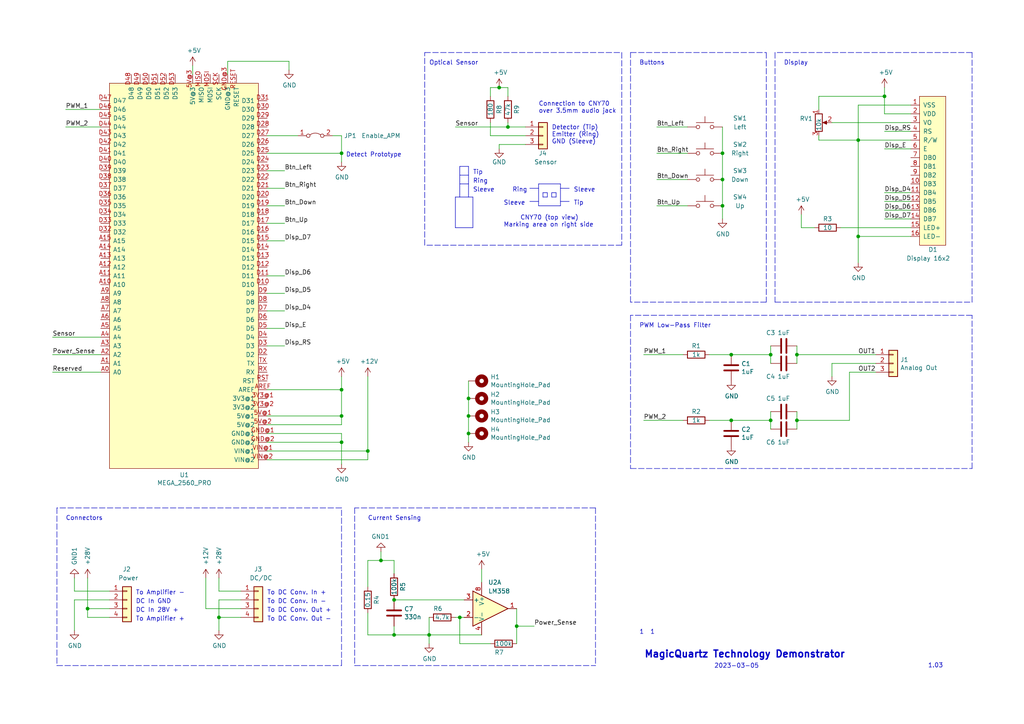
<source format=kicad_sch>
(kicad_sch (version 20211123) (generator eeschema)
  (paper "A4")
  (lib_symbols
    (symbol "Amplifier_Operational:LM358" (pin_names (offset 0.127))
      (property "Reference" "U" (at 0 5.08 0))
      (property "Value" "LM358" (at 0 -5.08 0))
      (symbol "LM358_1_1"
        (polyline (pts (xy -5.08 5.08) (xy 5.08 0) (xy -5.08 -5.08) (xy -5.08 5.08)) (stroke (width 0.254)) (fill (type background)))
        (pin output line (at 7.62 0 180) (length 2.54) (name "~") (number "1"))
        (pin input line (at -7.62 -2.54 0) (length 2.54) (name "-") (number "2"))
        (pin input line (at -7.62 2.54 0) (length 2.54) (name "+") (number "3"))
      )
      (symbol "LM358_2_1"
        (polyline (pts (xy -5.08 5.08) (xy 5.08 0) (xy -5.08 -5.08) (xy -5.08 5.08)) (stroke (width 0.254)) (fill (type background)))
        (pin input line (at -7.62 2.54 0) (length 2.54) (name "+") (number "5"))
        (pin input line (at -7.62 -2.54 0) (length 2.54) (name "-") (number "6"))
        (pin output line (at 7.62 0 180) (length 2.54) (name "~") (number "7"))
      )
      (symbol "LM358_3_1"
        (pin power_in line (at -2.54 -7.62 90) (length 3.81) (name "V-") (number "4"))
        (pin power_in line (at -2.54 7.62 270) (length 3.81) (name "V+") (number "8"))
      )
    )
    (symbol "Connector_Generic:Conn_01x03" (pin_names (offset 1.016) hide)
      (property "Reference" "J" (at 0 5.08 0))
      (property "Value" "Conn_01x03" (at 0 -5.08 0))
      (symbol "Conn_01x03_1_1"
        (rectangle (start -1.27 -2.413) (end 0 -2.667) (stroke (width 0.1524)))
        (rectangle (start -1.27 0.127) (end 0 -0.127) (stroke (width 0.1524)))
        (rectangle (start -1.27 2.667) (end 0 2.413) (stroke (width 0.1524)))
        (rectangle (start -1.27 3.81) (end 1.27 -3.81) (stroke (width 0.254)) (fill (type background)))
        (pin passive line (at -5.08 2.54 0) (length 3.81) (name "Pin_1") (number "1"))
        (pin passive line (at -5.08 0 0) (length 3.81) (name "Pin_2") (number "2"))
        (pin passive line (at -5.08 -2.54 0) (length 3.81) (name "Pin_3") (number "3"))
      )
    )
    (symbol "Connector_Generic:Conn_01x04" (pin_names (offset 1.016) hide)
      (property "Reference" "J" (at 0 5.08 0))
      (property "Value" "Conn_01x04" (at 0 -7.62 0))
      (symbol "Conn_01x04_1_1"
        (rectangle (start -1.27 -4.953) (end 0 -5.207) (stroke (width 0.1524)))
        (rectangle (start -1.27 -2.413) (end 0 -2.667) (stroke (width 0.1524)))
        (rectangle (start -1.27 0.127) (end 0 -0.127) (stroke (width 0.1524)))
        (rectangle (start -1.27 2.667) (end 0 2.413) (stroke (width 0.1524)))
        (rectangle (start -1.27 3.81) (end 1.27 -6.35) (stroke (width 0.254)) (fill (type background)))
        (pin passive line (at -5.08 2.54 0) (length 3.81) (name "Pin_1") (number "1"))
        (pin passive line (at -5.08 0 0) (length 3.81) (name "Pin_2") (number "2"))
        (pin passive line (at -5.08 -2.54 0) (length 3.81) (name "Pin_3") (number "3"))
        (pin passive line (at -5.08 -5.08 0) (length 3.81) (name "Pin_4") (number "4"))
      )
    )
    (symbol "Device:C" (pin_numbers hide) (pin_names (offset 0.254))
      (property "Reference" "C" (at 0.635 2.54 0))
      (property "Value" "C" (at 0.635 -2.54 0))
      (symbol "C_0_1"
        (polyline (pts (xy -2.032 -0.762) (xy 2.032 -0.762)) (stroke (width 0.508)))
        (polyline (pts (xy -2.032 0.762) (xy 2.032 0.762)) (stroke (width 0.508)))
      )
      (symbol "C_1_1"
        (pin passive line (at 0 3.81 270) (length 2.794) (name "~") (number "1"))
        (pin passive line (at 0 -3.81 90) (length 2.794) (name "~") (number "2"))
      )
    )
    (symbol "Device:R" (pin_numbers hide) (pin_names (offset 0))
      (property "Reference" "R" (at 2.032 0 90))
      (property "Value" "R" (at 0 0 90))
      (symbol "R_0_1"
        (rectangle (start -1.016 -2.54) (end 1.016 2.54) (stroke (width 0.254)))
      )
      (symbol "R_1_1"
        (pin passive line (at 0 3.81 270) (length 1.27) (name "~") (number "1"))
        (pin passive line (at 0 -3.81 90) (length 1.27) (name "~") (number "2"))
      )
    )
    (symbol "Device:R_POT" (pin_names (offset 1.016) hide)
      (property "Reference" "RV" (at -4.445 0 90))
      (property "Value" "Device_R_POT" (at -2.54 0 90))
      (symbol "R_POT_0_1"
        (polyline (pts (xy 2.54 0) (xy 1.524 0)))
        (polyline (pts (xy 1.143 0) (xy 2.286 0.508) (xy 2.286 -0.508) (xy 1.143 0)) (fill (type outline)))
        (rectangle (start 1.016 2.54) (end -1.016 -2.54) (stroke (width 0.254)))
      )
      (symbol "R_POT_1_1"
        (pin passive line (at 0 3.81 270) (length 1.27) (name "1") (number "1"))
        (pin passive line (at 3.81 0 180) (length 1.27) (name "2") (number "2"))
        (pin passive line (at 0 -3.81 90) (length 1.27) (name "3") (number "3"))
      )
    )
    (symbol "Jumper:Jumper_2_Bridged" (pin_names (offset 0) hide)
      (property "Reference" "JP" (at 0 1.905 0))
      (property "Value" "Jumper_2_Bridged" (at 0 -2.54 0))
      (symbol "Jumper_2_Bridged_0_0"
        (circle (center -2.032 0) (radius 0.508))
        (circle (center 2.032 0) (radius 0.508))
      )
      (symbol "Jumper_2_Bridged_0_1"
        (arc (start 1.524 0.254) (mid 0 0.762) (end -1.524 0.254))
      )
      (symbol "Jumper_2_Bridged_1_1"
        (pin passive line (at -5.08 0 0) (length 2.54) (name "A") (number "1"))
        (pin passive line (at 5.08 0 180) (length 2.54) (name "B") (number "2"))
      )
    )
    (symbol "MagicQuartzParts:Display-Connector" (pin_names (offset 1.016))
      (property "Reference" "D" (at -5.08 25.4 0))
      (property "Value" "Display-Connector" (at -5.08 25.4 0))
      (symbol "Display-Connector_0_1"
        (rectangle (start -3.81 22.86) (end 3.81 -20.32) (fill (type background)))
      )
      (symbol "Display-Connector_1_1"
        (pin input line (at -6.35 20.32 0) (length 2.54) (name "VSS") (number "1"))
        (pin input line (at -6.35 -2.54 0) (length 2.54) (name "DB3") (number "10"))
        (pin input line (at -6.35 -5.08 0) (length 2.54) (name "DB4") (number "11"))
        (pin input line (at -6.35 -7.62 0) (length 2.54) (name "DB5") (number "12"))
        (pin input line (at -6.35 -10.16 0) (length 2.54) (name "DB6") (number "13"))
        (pin input line (at -6.35 -12.7 0) (length 2.54) (name "DB7") (number "14"))
        (pin input line (at -6.35 -15.24 0) (length 2.54) (name "LED+") (number "15"))
        (pin input line (at -6.35 -17.78 0) (length 2.54) (name "LED-") (number "16"))
        (pin input line (at -6.35 17.78 0) (length 2.54) (name "VDD") (number "2"))
        (pin input line (at -6.35 15.24 0) (length 2.54) (name "VO") (number "3"))
        (pin input line (at -6.35 12.7 0) (length 2.54) (name "RS") (number "4"))
        (pin input line (at -6.35 10.16 0) (length 2.54) (name "R/W") (number "5"))
        (pin input line (at -6.35 7.62 0) (length 2.54) (name "E") (number "6"))
        (pin input line (at -6.35 5.08 0) (length 2.54) (name "DB0") (number "7"))
        (pin input line (at -6.35 2.54 0) (length 2.54) (name "DB1") (number "8"))
        (pin input line (at -6.35 0 0) (length 2.54) (name "DB2") (number "9"))
      )
    )
    (symbol "MagicQuartzParts:MEGA_2560_PRO" (pin_names (offset 1.016))
      (property "Reference" "U" (at 0 7.62 0))
      (property "Value" "MEGA_2560_PRO" (at 0 0 0))
      (symbol "MEGA_2560_PRO_0_1"
        (rectangle (start -21.59 53.34) (end 21.59 -58.42) (fill (type background)))
      )
      (symbol "MEGA_2560_PRO_1_1"
        (pin power_out line (at 24.13 -38.1 180) (length 2.54) (name "3V3@1") (number "3V3@1"))
        (pin power_out line (at 24.13 -40.64 180) (length 2.54) (name "3V3@2") (number "3V3@2"))
        (pin power_out line (at 24.13 -43.18 180) (length 2.54) (name "5V@1") (number "5V@1"))
        (pin power_out line (at 24.13 -45.72 180) (length 2.54) (name "5V@2") (number "5V@2"))
        (pin power_in line (at 2.54 55.88 270) (length 2.54) (name "5V@3") (number "5V@3"))
        (pin bidirectional line (at -24.13 -30.48 0) (length 2.54) (name "A0") (number "A0"))
        (pin bidirectional line (at -24.13 -27.94 0) (length 2.54) (name "A1") (number "A1"))
        (pin bidirectional line (at -24.13 -5.08 0) (length 2.54) (name "A10") (number "A10"))
        (pin bidirectional line (at -24.13 -2.54 0) (length 2.54) (name "A11") (number "A11"))
        (pin bidirectional line (at -24.13 0 0) (length 2.54) (name "A12") (number "A12"))
        (pin bidirectional line (at -24.13 2.54 0) (length 2.54) (name "A13") (number "A13"))
        (pin bidirectional line (at -24.13 5.08 0) (length 2.54) (name "A14") (number "A14"))
        (pin bidirectional line (at -24.13 7.62 0) (length 2.54) (name "A15") (number "A15"))
        (pin bidirectional line (at -24.13 -25.4 0) (length 2.54) (name "A2") (number "A2"))
        (pin bidirectional line (at -24.13 -22.86 0) (length 2.54) (name "A3") (number "A3"))
        (pin bidirectional line (at -24.13 -20.32 0) (length 2.54) (name "A4") (number "A4"))
        (pin bidirectional line (at -24.13 -17.78 0) (length 2.54) (name "A5") (number "A5"))
        (pin bidirectional line (at -24.13 -15.24 0) (length 2.54) (name "A6") (number "A6"))
        (pin bidirectional line (at -24.13 -12.7 0) (length 2.54) (name "A7") (number "A7"))
        (pin bidirectional line (at -24.13 -10.16 0) (length 2.54) (name "A8") (number "A8"))
        (pin bidirectional line (at -24.13 -7.62 0) (length 2.54) (name "A9") (number "A9"))
        (pin power_in line (at 24.13 -35.56 180) (length 2.54) (name "AREF") (number "AREF"))
        (pin bidirectional line (at 24.13 -5.08 180) (length 2.54) (name "D10") (number "D10"))
        (pin bidirectional line (at 24.13 -2.54 180) (length 2.54) (name "D11") (number "D11"))
        (pin bidirectional line (at 24.13 0 180) (length 2.54) (name "D12") (number "D12"))
        (pin bidirectional line (at 24.13 2.54 180) (length 2.54) (name "D13") (number "D13"))
        (pin bidirectional line (at 24.13 5.08 180) (length 2.54) (name "D14") (number "D14"))
        (pin bidirectional line (at 24.13 7.62 180) (length 2.54) (name "D15") (number "D15"))
        (pin bidirectional line (at 24.13 10.16 180) (length 2.54) (name "D16") (number "D16"))
        (pin bidirectional line (at 24.13 12.7 180) (length 2.54) (name "D17") (number "D17"))
        (pin bidirectional line (at 24.13 15.24 180) (length 2.54) (name "D18") (number "D18"))
        (pin bidirectional line (at 24.13 17.78 180) (length 2.54) (name "D19") (number "D19"))
        (pin bidirectional line (at 24.13 -25.4 180) (length 2.54) (name "D2") (number "D2"))
        (pin bidirectional line (at 24.13 20.32 180) (length 2.54) (name "D20") (number "D20"))
        (pin bidirectional line (at 24.13 22.86 180) (length 2.54) (name "D21") (number "D21"))
        (pin bidirectional line (at 24.13 25.4 180) (length 2.54) (name "D22") (number "D22"))
        (pin bidirectional line (at 24.13 27.94 180) (length 2.54) (name "D23") (number "D23"))
        (pin bidirectional line (at 24.13 30.48 180) (length 2.54) (name "D24") (number "D24"))
        (pin bidirectional line (at 24.13 33.02 180) (length 2.54) (name "D25") (number "D25"))
        (pin bidirectional line (at 24.13 35.56 180) (length 2.54) (name "D26") (number "D26"))
        (pin bidirectional line (at 24.13 38.1 180) (length 2.54) (name "D27") (number "D27"))
        (pin bidirectional line (at 24.13 40.64 180) (length 2.54) (name "D28") (number "D28"))
        (pin bidirectional line (at 24.13 43.18 180) (length 2.54) (name "D29") (number "D29"))
        (pin bidirectional line (at 24.13 -22.86 180) (length 2.54) (name "D3") (number "D3"))
        (pin bidirectional line (at 24.13 45.72 180) (length 2.54) (name "D30") (number "D30"))
        (pin bidirectional line (at 24.13 48.26 180) (length 2.54) (name "D31") (number "D31"))
        (pin bidirectional line (at -24.13 10.16 0) (length 2.54) (name "D32") (number "D32"))
        (pin bidirectional line (at -24.13 12.7 0) (length 2.54) (name "D33") (number "D33"))
        (pin bidirectional line (at -24.13 15.24 0) (length 2.54) (name "D34") (number "D34"))
        (pin bidirectional line (at -24.13 17.78 0) (length 2.54) (name "D35") (number "D35"))
        (pin bidirectional line (at -24.13 20.32 0) (length 2.54) (name "D36") (number "D36"))
        (pin bidirectional line (at -24.13 22.86 0) (length 2.54) (name "D37") (number "D37"))
        (pin bidirectional line (at -24.13 25.4 0) (length 2.54) (name "D38") (number "D38"))
        (pin bidirectional line (at -24.13 27.94 0) (length 2.54) (name "D39") (number "D39"))
        (pin bidirectional line (at 24.13 -20.32 180) (length 2.54) (name "D4") (number "D4"))
        (pin bidirectional line (at -24.13 30.48 0) (length 2.54) (name "D40") (number "D40"))
        (pin bidirectional line (at -24.13 33.02 0) (length 2.54) (name "D41") (number "D41"))
        (pin bidirectional line (at -24.13 35.56 0) (length 2.54) (name "D42") (number "D42"))
        (pin bidirectional line (at -24.13 38.1 0) (length 2.54) (name "D43") (number "D43"))
        (pin bidirectional line (at -24.13 40.64 0) (length 2.54) (name "D44") (number "D44"))
        (pin bidirectional line (at -24.13 43.18 0) (length 2.54) (name "D45") (number "D45"))
        (pin bidirectional line (at -24.13 45.72 0) (length 2.54) (name "D46") (number "D46"))
        (pin bidirectional line (at -24.13 48.26 0) (length 2.54) (name "D47") (number "D47"))
        (pin bidirectional line (at -15.24 55.88 270) (length 2.54) (name "D48") (number "D48"))
        (pin bidirectional line (at -12.7 55.88 270) (length 2.54) (name "D49") (number "D49"))
        (pin bidirectional line (at 24.13 -17.78 180) (length 2.54) (name "D5") (number "D5"))
        (pin bidirectional line (at -10.16 55.88 270) (length 2.54) (name "D50") (number "D50"))
        (pin bidirectional line (at -7.62 55.88 270) (length 2.54) (name "D51") (number "D51"))
        (pin bidirectional line (at -5.08 55.88 270) (length 2.54) (name "D52") (number "D52"))
        (pin bidirectional line (at -2.54 55.88 270) (length 2.54) (name "D53") (number "D53"))
        (pin bidirectional line (at 24.13 -15.24 180) (length 2.54) (name "D6") (number "D6"))
        (pin bidirectional line (at 24.13 -12.7 180) (length 2.54) (name "D7") (number "D7"))
        (pin bidirectional line (at 24.13 -10.16 180) (length 2.54) (name "D8") (number "D8"))
        (pin bidirectional line (at 24.13 -7.62 180) (length 2.54) (name "D9") (number "D9"))
        (pin power_in line (at 24.13 -48.26 180) (length 2.54) (name "GND@1") (number "GND@1"))
        (pin power_in line (at 24.13 -50.8 180) (length 2.54) (name "GND@2") (number "GND@2"))
        (pin power_in line (at 12.7 55.88 270) (length 2.54) (name "GND@3") (number "GND@3"))
        (pin bidirectional line (at 5.08 55.88 270) (length 2.54) (name "MISO") (number "MISO"))
        (pin bidirectional line (at 7.62 55.88 270) (length 2.54) (name "MOSI") (number "MOSI"))
        (pin input line (at 15.24 55.88 270) (length 2.54) (name "RESET") (number "RESET"))
        (pin input line (at 24.13 -33.02 180) (length 2.54) (name "RST") (number "RST"))
        (pin input line (at 24.13 -30.48 180) (length 2.54) (name "RX") (number "RX"))
        (pin bidirectional line (at 10.16 55.88 270) (length 2.54) (name "SCK") (number "SCK"))
        (pin output line (at 24.13 -27.94 180) (length 2.54) (name "TX") (number "TX"))
        (pin power_in line (at 24.13 -53.34 180) (length 2.54) (name "VIN@1") (number "VIN@1"))
        (pin power_in line (at 24.13 -55.88 180) (length 2.54) (name "VIN@2") (number "VIN@2"))
      )
    )
    (symbol "Mechanical:MountingHole_Pad" (pin_numbers hide) (pin_names (offset 1.016) hide)
      (property "Reference" "H" (at 0 6.35 0))
      (property "Value" "MountingHole_Pad" (at 0 4.445 0))
      (symbol "MountingHole_Pad_0_1"
        (circle (center 0 1.27) (radius 1.27) (stroke (width 1.27)))
      )
      (symbol "MountingHole_Pad_1_1"
        (pin input line (at 0 -2.54 90) (length 2.54) (name "1") (number "1"))
      )
    )
    (symbol "Switch:SW_Push" (pin_numbers hide) (pin_names (offset 1.016) hide)
      (property "Reference" "SW" (at 1.27 2.54 0))
      (property "Value" "SW_Push" (at 0 -1.524 0))
      (symbol "SW_Push_0_1"
        (circle (center -2.032 0) (radius 0.508))
        (polyline (pts (xy 0 1.27) (xy 0 3.048)))
        (polyline (pts (xy 2.54 1.27) (xy -2.54 1.27)))
        (circle (center 2.032 0) (radius 0.508))
        (pin passive line (at -5.08 0 0) (length 2.54) (name "1") (number "1"))
        (pin passive line (at 5.08 0 180) (length 2.54) (name "2") (number "2"))
      )
    )
    (symbol "power:+12V" (power) (pin_names (offset 0))
      (property "Value" "+12V" (at 0 3.556 0))
      (symbol "+12V_0_1"
        (polyline (pts (xy -0.762 1.27) (xy 0 2.54)))
        (polyline (pts (xy 0 0) (xy 0 2.54)))
        (polyline (pts (xy 0 2.54) (xy 0.762 1.27)))
      )
      (symbol "+12V_1_1"
        (pin power_in line (at 0 0 90) (length 0) hide (name "+12V") (number "1"))
      )
    )
    (symbol "power:+28V" (power) (pin_names (offset 0))
      (property "Value" "+28V" (at 0 3.81 0))
      (symbol "+28V_0_1"
        (polyline (pts (xy -0.762 1.27) (xy 0 2.54)))
        (polyline (pts (xy 0 0) (xy 0 2.54)))
        (polyline (pts (xy 0 2.54) (xy 0.762 1.27)))
      )
      (symbol "+28V_1_1"
        (pin power_in line (at 0 0 90) (length 0) hide (name "+28V") (number "1"))
      )
    )
    (symbol "power:+5V" (power) (pin_names (offset 0))
      (property "Value" "+5V" (at 0 3.556 0))
      (symbol "+5V_0_1"
        (polyline (pts (xy -0.762 1.27) (xy 0 2.54)))
        (polyline (pts (xy 0 0) (xy 0 2.54)))
        (polyline (pts (xy 0 2.54) (xy 0.762 1.27)))
      )
      (symbol "+5V_1_1"
        (pin power_in line (at 0 0 90) (length 0) hide (name "+5V") (number "1"))
      )
    )
    (symbol "power:GND" (power) (pin_names (offset 0))
      (property "Value" "GND" (at 0 -3.81 0))
      (symbol "GND_0_1"
        (polyline (pts (xy 0 0) (xy 0 -1.27) (xy 1.27 -1.27) (xy 0 -2.54) (xy -1.27 -1.27) (xy 0 -1.27)))
      )
      (symbol "GND_1_1"
        (pin power_in line (at 0 0 270) (length 0) hide (name "GND") (number "1"))
      )
    )
    (symbol "power:GND1" (power) (pin_names (offset 0))
      (property "Value" "GND1" (at 0 -3.81 0))
      (symbol "GND1_0_1"
        (polyline (pts (xy 0 0) (xy 0 -1.27) (xy 1.27 -1.27) (xy 0 -2.54) (xy -1.27 -1.27) (xy 0 -1.27)))
      )
      (symbol "GND1_1_1"
        (pin power_in line (at 0 0 270) (length 0) hide (name "GND1") (number "1"))
      )
    )
  )
  (junction (at 212.09 102.87))
  (junction (at 114.3 173.99))
  (junction (at 209.55 59.69))
  (junction (at 212.09 121.92))
  (junction (at 149.86 181.61))
  (junction (at 99.06 120.65))
  (junction (at 114.3 184.15))
  (junction (at 110.49 162.56))
  (junction (at 248.92 68.58))
  (junction (at 25.4 176.53))
  (junction (at 231.14 121.92))
  (junction (at 147.32 36.83))
  (junction (at 135.89 120.65))
  (junction (at 248.92 40.64))
  (junction (at 106.68 130.81))
  (junction (at 223.52 102.87))
  (junction (at 144.78 25.4))
  (junction (at 99.06 128.27))
  (junction (at 99.06 113.03))
  (junction (at 231.14 102.87))
  (junction (at 223.52 121.92))
  (junction (at 209.55 52.07))
  (junction (at 135.89 125.73))
  (junction (at 63.5 179.07))
  (junction (at 124.46 184.15))
  (junction (at 256.54 27.94))
  (junction (at 209.55 44.45))
  (junction (at 133.35 179.07))
  (junction (at 135.89 115.57))
  (junction (at 99.06 44.45))
  (wire (pts (xy 59.69 176.53) (xy 59.69 167.64)))
  (wire (pts (xy 31.75 176.53) (xy 25.4 176.53)))
  (wire (pts (xy 135.89 125.73) (xy 135.89 128.27)))
  (polyline (pts (xy 133.35 50.8) (xy 135.89 50.8)) (stroke (width 0) (type solid)))
  (polyline (pts (xy 153.67 58.42) (xy 156.21 58.42)) (stroke (width 0) (type solid)))
  (wire (pts (xy 133.35 179.07) (xy 133.35 186.69)))
  (wire (pts (xy 77.47 85.09) (xy 82.55 85.09)))
  (wire (pts (xy 147.32 36.83) (xy 132.08 36.83)))
  (wire (pts (xy 99.06 46.99) (xy 99.06 44.45)))
  (polyline (pts (xy 180.34 15.24) (xy 180.34 71.12)))
  (polyline (pts (xy 102.87 147.32) (xy 102.87 193.04)))
  (wire (pts (xy 31.75 173.99) (xy 21.59 173.99)))
  (wire (pts (xy 256.54 60.96) (xy 264.16 60.96)))
  (polyline (pts (xy 160.02 57.15) (xy 161.29 57.15)) (stroke (width 0) (type solid)))
  (wire (pts (xy 241.3 105.41) (xy 241.3 109.22)))
  (wire (pts (xy 147.32 27.94) (xy 147.32 25.4)))
  (wire (pts (xy 135.89 115.57) (xy 135.89 120.65)))
  (polyline (pts (xy 222.25 15.24) (xy 222.25 87.63)))
  (wire (pts (xy 29.21 31.75) (xy 19.05 31.75)))
  (wire (pts (xy 77.47 69.85) (xy 82.55 69.85)))
  (wire (pts (xy 99.06 123.19) (xy 99.06 120.65)))
  (polyline (pts (xy 182.88 87.63) (xy 182.88 15.24)))
  (wire (pts (xy 77.47 39.37) (xy 86.36 39.37)))
  (wire (pts (xy 149.86 181.61) (xy 149.86 186.69)))
  (wire (pts (xy 139.7 168.91) (xy 139.7 165.1)))
  (wire (pts (xy 124.46 179.07) (xy 124.46 184.15)))
  (wire (pts (xy 99.06 128.27) (xy 99.06 134.62)))
  (wire (pts (xy 15.24 102.87) (xy 29.21 102.87)))
  (polyline (pts (xy 157.48 55.88) (xy 157.48 57.15)) (stroke (width 0) (type solid)))
  (wire (pts (xy 199.39 44.45) (xy 190.5 44.45)))
  (polyline (pts (xy 182.88 15.24) (xy 222.25 15.24)))
  (wire (pts (xy 77.47 59.69) (xy 82.55 59.69)))
  (polyline (pts (xy 157.48 55.88) (xy 158.75 55.88)) (stroke (width 0) (type solid)))
  (wire (pts (xy 142.24 35.56) (xy 142.24 39.37)))
  (wire (pts (xy 209.55 63.5) (xy 209.55 59.69)))
  (polyline (pts (xy 162.56 54.61) (xy 165.1 54.61)) (stroke (width 0) (type solid)))
  (wire (pts (xy 212.09 102.87) (xy 223.52 102.87)))
  (wire (pts (xy 77.47 130.81) (xy 106.68 130.81)))
  (polyline (pts (xy 162.56 58.42) (xy 165.1 58.42)) (stroke (width 0) (type solid)))
  (wire (pts (xy 198.12 121.92) (xy 186.69 121.92)))
  (wire (pts (xy 199.39 36.83) (xy 190.5 36.83)))
  (wire (pts (xy 256.54 33.02) (xy 264.16 33.02)))
  (polyline (pts (xy 156.21 53.34) (xy 162.56 53.34)) (stroke (width 0) (type solid)))
  (wire (pts (xy 99.06 109.22) (xy 99.06 113.03)))
  (polyline (pts (xy 153.67 54.61) (xy 156.21 54.61)) (stroke (width 0) (type solid)))
  (wire (pts (xy 66.04 17.78) (xy 83.82 17.78)))
  (polyline (pts (xy 123.19 71.12) (xy 123.19 15.24)))
  (wire (pts (xy 114.3 162.56) (xy 114.3 166.37)))
  (polyline (pts (xy 224.79 87.63) (xy 281.94 87.63)))
  (wire (pts (xy 77.47 54.61) (xy 82.55 54.61)))
  (wire (pts (xy 246.38 107.95) (xy 254 107.95)))
  (wire (pts (xy 77.47 64.77) (xy 82.55 64.77)))
  (wire (pts (xy 232.41 66.04) (xy 232.41 62.23)))
  (polyline (pts (xy 133.35 48.26) (xy 133.35 57.15)) (stroke (width 0) (type solid)))
  (polyline (pts (xy 281.94 135.89) (xy 281.94 91.44)))
  (wire (pts (xy 223.52 102.87) (xy 223.52 105.41)))
  (wire (pts (xy 132.08 179.07) (xy 133.35 179.07)))
  (wire (pts (xy 114.3 181.61) (xy 114.3 184.15)))
  (wire (pts (xy 149.86 181.61) (xy 154.94 181.61)))
  (polyline (pts (xy 172.72 147.32) (xy 102.87 147.32)))
  (polyline (pts (xy 133.35 53.34) (xy 135.89 53.34)) (stroke (width 0) (type solid)))
  (wire (pts (xy 21.59 173.99) (xy 21.59 182.88)))
  (wire (pts (xy 106.68 162.56) (xy 110.49 162.56)))
  (wire (pts (xy 231.14 121.92) (xy 231.14 124.46)))
  (wire (pts (xy 29.21 36.83) (xy 19.05 36.83)))
  (polyline (pts (xy 135.89 48.26) (xy 135.89 57.15)) (stroke (width 0) (type solid)))
  (polyline (pts (xy 158.75 55.88) (xy 158.75 57.15)) (stroke (width 0) (type solid)))
  (wire (pts (xy 106.68 133.35) (xy 106.68 130.81)))
  (wire (pts (xy 77.47 133.35) (xy 106.68 133.35)))
  (polyline (pts (xy 99.06 193.04) (xy 99.06 147.32)))
  (polyline (pts (xy 16.51 147.32) (xy 16.51 193.04)))
  (polyline (pts (xy 162.56 59.69) (xy 162.56 53.34)) (stroke (width 0) (type solid)))
  (wire (pts (xy 223.52 121.92) (xy 223.52 124.46)))
  (wire (pts (xy 63.5 173.99) (xy 63.5 179.07)))
  (wire (pts (xy 231.14 100.33) (xy 231.14 102.87)))
  (wire (pts (xy 205.74 121.92) (xy 212.09 121.92)))
  (wire (pts (xy 223.52 100.33) (xy 223.52 102.87)))
  (polyline (pts (xy 162.56 59.69) (xy 156.21 59.69)) (stroke (width 0) (type solid)))
  (wire (pts (xy 246.38 121.92) (xy 246.38 107.95)))
  (wire (pts (xy 237.49 40.64) (xy 248.92 40.64)))
  (polyline (pts (xy 160.02 55.88) (xy 160.02 57.15)) (stroke (width 0) (type solid)))
  (wire (pts (xy 96.52 39.37) (xy 99.06 39.37)))
  (wire (pts (xy 256.54 55.88) (xy 264.16 55.88)))
  (wire (pts (xy 99.06 125.73) (xy 99.06 128.27)))
  (wire (pts (xy 77.47 95.25) (xy 82.55 95.25)))
  (polyline (pts (xy 224.79 15.24) (xy 224.79 87.63)))
  (polyline (pts (xy 222.25 87.63) (xy 182.88 87.63)))
  (wire (pts (xy 142.24 39.37) (xy 152.4 39.37)))
  (wire (pts (xy 149.86 176.53) (xy 149.86 181.61)))
  (wire (pts (xy 205.74 102.87) (xy 212.09 102.87)))
  (polyline (pts (xy 281.94 87.63) (xy 281.94 15.24)))
  (wire (pts (xy 135.89 120.65) (xy 135.89 125.73)))
  (wire (pts (xy 106.68 130.81) (xy 106.68 109.22)))
  (wire (pts (xy 142.24 25.4) (xy 142.24 27.94)))
  (wire (pts (xy 69.85 173.99) (xy 63.5 173.99)))
  (wire (pts (xy 77.47 80.01) (xy 82.55 80.01)))
  (wire (pts (xy 241.3 105.41) (xy 254 105.41)))
  (wire (pts (xy 152.4 41.91) (xy 144.78 41.91)))
  (wire (pts (xy 63.5 167.64) (xy 63.5 171.45)))
  (wire (pts (xy 77.47 128.27) (xy 99.06 128.27)))
  (wire (pts (xy 63.5 179.07) (xy 69.85 179.07)))
  (wire (pts (xy 77.47 49.53) (xy 82.55 49.53)))
  (wire (pts (xy 77.47 123.19) (xy 99.06 123.19)))
  (polyline (pts (xy 161.29 55.88) (xy 161.29 57.15)) (stroke (width 0) (type solid)))
  (wire (pts (xy 124.46 184.15) (xy 124.46 186.69)))
  (polyline (pts (xy 182.88 91.44) (xy 182.88 135.89)))
  (wire (pts (xy 106.68 177.8) (xy 106.68 184.15)))
  (wire (pts (xy 77.47 113.03) (xy 99.06 113.03)))
  (wire (pts (xy 31.75 179.07) (xy 25.4 179.07)))
  (polyline (pts (xy 137.16 66.04) (xy 137.16 57.15)) (stroke (width 0) (type solid)))
  (wire (pts (xy 25.4 179.07) (xy 25.4 176.53)))
  (polyline (pts (xy 182.88 135.89) (xy 281.94 135.89)))
  (wire (pts (xy 236.22 66.04) (xy 232.41 66.04)))
  (wire (pts (xy 248.92 30.48) (xy 264.16 30.48)))
  (wire (pts (xy 231.14 102.87) (xy 254 102.87)))
  (polyline (pts (xy 281.94 91.44) (xy 182.88 91.44)))
  (wire (pts (xy 144.78 25.4) (xy 142.24 25.4)))
  (wire (pts (xy 106.68 184.15) (xy 114.3 184.15)))
  (polyline (pts (xy 132.08 57.15) (xy 137.16 57.15)) (stroke (width 0) (type solid)))
  (wire (pts (xy 106.68 170.18) (xy 106.68 162.56)))
  (wire (pts (xy 29.21 97.79) (xy 15.24 97.79)))
  (wire (pts (xy 256.54 43.18) (xy 264.16 43.18)))
  (wire (pts (xy 256.54 38.1) (xy 264.16 38.1)))
  (wire (pts (xy 99.06 39.37) (xy 99.06 44.45)))
  (wire (pts (xy 243.84 66.04) (xy 264.16 66.04)))
  (wire (pts (xy 77.47 100.33) (xy 82.55 100.33)))
  (wire (pts (xy 248.92 68.58) (xy 248.92 76.2)))
  (wire (pts (xy 15.24 107.95) (xy 29.21 107.95)))
  (wire (pts (xy 256.54 27.94) (xy 237.49 27.94)))
  (wire (pts (xy 223.52 119.38) (xy 223.52 121.92)))
  (wire (pts (xy 133.35 179.07) (xy 134.62 179.07)))
  (wire (pts (xy 241.3 35.56) (xy 264.16 35.56)))
  (wire (pts (xy 69.85 176.53) (xy 59.69 176.53)))
  (polyline (pts (xy 132.08 66.04) (xy 137.16 66.04)) (stroke (width 0) (type solid)))
  (polyline (pts (xy 16.51 193.04) (xy 99.06 193.04)))
  (wire (pts (xy 147.32 25.4) (xy 144.78 25.4)))
  (wire (pts (xy 248.92 40.64) (xy 248.92 68.58)))
  (wire (pts (xy 133.35 186.69) (xy 142.24 186.69)))
  (wire (pts (xy 152.4 36.83) (xy 147.32 36.83)))
  (wire (pts (xy 256.54 33.02) (xy 256.54 27.94)))
  (wire (pts (xy 248.92 68.58) (xy 264.16 68.58)))
  (wire (pts (xy 110.49 162.56) (xy 114.3 162.56)))
  (wire (pts (xy 231.14 121.92) (xy 246.38 121.92)))
  (wire (pts (xy 256.54 27.94) (xy 256.54 25.4)))
  (wire (pts (xy 231.14 119.38) (xy 231.14 121.92)))
  (wire (pts (xy 21.59 171.45) (xy 31.75 171.45)))
  (wire (pts (xy 99.06 120.65) (xy 99.06 113.03)))
  (wire (pts (xy 114.3 184.15) (xy 124.46 184.15)))
  (wire (pts (xy 135.89 110.49) (xy 135.89 115.57)))
  (wire (pts (xy 209.55 36.83) (xy 209.55 44.45)))
  (wire (pts (xy 114.3 173.99) (xy 134.62 173.99)))
  (wire (pts (xy 83.82 17.78) (xy 83.82 20.32)))
  (wire (pts (xy 248.92 40.64) (xy 264.16 40.64)))
  (wire (pts (xy 147.32 35.56) (xy 147.32 36.83)))
  (wire (pts (xy 199.39 59.69) (xy 190.5 59.69)))
  (polyline (pts (xy 102.87 193.04) (xy 172.72 193.04)))
  (wire (pts (xy 256.54 58.42) (xy 264.16 58.42)))
  (wire (pts (xy 21.59 167.64) (xy 21.59 171.45)))
  (wire (pts (xy 55.88 21.59) (xy 55.88 19.05)))
  (wire (pts (xy 110.49 162.56) (xy 110.49 160.02)))
  (polyline (pts (xy 132.08 66.04) (xy 132.08 57.15)) (stroke (width 0) (type solid)))
  (wire (pts (xy 231.14 102.87) (xy 231.14 105.41)))
  (polyline (pts (xy 157.48 57.15) (xy 158.75 57.15)) (stroke (width 0) (type solid)))
  (wire (pts (xy 237.49 27.94) (xy 237.49 31.75)))
  (wire (pts (xy 212.09 121.92) (xy 223.52 121.92)))
  (polyline (pts (xy 180.34 71.12) (xy 123.19 71.12)))
  (wire (pts (xy 77.47 125.73) (xy 99.06 125.73)))
  (wire (pts (xy 66.04 21.59) (xy 66.04 17.78)))
  (wire (pts (xy 248.92 30.48) (xy 248.92 40.64)))
  (wire (pts (xy 237.49 39.37) (xy 237.49 40.64)))
  (wire (pts (xy 99.06 44.45) (xy 77.47 44.45)))
  (wire (pts (xy 99.06 120.65) (xy 77.47 120.65)))
  (wire (pts (xy 256.54 63.5) (xy 264.16 63.5)))
  (wire (pts (xy 209.55 52.07) (xy 209.55 59.69)))
  (polyline (pts (xy 281.94 15.24) (xy 224.79 15.24)))
  (wire (pts (xy 198.12 102.87) (xy 186.69 102.87)))
  (polyline (pts (xy 133.35 48.26) (xy 135.89 48.26)) (stroke (width 0) (type solid)))
  (wire (pts (xy 124.46 184.15) (xy 139.7 184.15)))
  (wire (pts (xy 63.5 179.07) (xy 63.5 182.88)))
  (wire (pts (xy 63.5 171.45) (xy 69.85 171.45)))
  (wire (pts (xy 144.78 41.91) (xy 144.78 43.18)))
  (wire (pts (xy 25.4 167.64) (xy 25.4 176.53)))
  (wire (pts (xy 77.47 90.17) (xy 82.55 90.17)))
  (wire (pts (xy 209.55 44.45) (xy 209.55 52.07)))
  (polyline (pts (xy 172.72 147.32) (xy 172.72 193.04)))
  (polyline (pts (xy 160.02 55.88) (xy 161.29 55.88)) (stroke (width 0) (type solid)))
  (wire (pts (xy 199.39 52.07) (xy 190.5 52.07)))
  (polyline (pts (xy 99.06 147.32) (xy 16.51 147.32)))
  (polyline (pts (xy 156.21 59.69) (xy 156.21 53.34)) (stroke (width 0) (type solid)))
  (polyline (pts (xy 123.19 15.24) (xy 180.34 15.24)))
  (text "Sleeve" (at 146.05 59.69 0) (effects (font (size 1.27 1.27)) (justify left bottom)))
  (text "Connection to CNY70\nover 3.5mm audio jack" (at 156.21 33.02 0) (effects (font (size 1.27 1.27)) (justify left bottom)))
  (text "Detector (Tip)\nEmitter (Ring)\nGND (Sleeve)" (at 160.02 41.91 0) (effects (font (size 1.27 1.27)) (justify left bottom)))
  (text "To DC Conv. Out -" (at 77.47 180.34 0) (effects (font (size 1.27 1.27)) (justify left bottom)))
  (text "MagicQuartz Technology Demonstrator" (at 186.7959 191.0502 0) (effects (font (size 2 2) bold) (justify left bottom)))
  (text "To DC Conv. In +" (at 77.47 172.72 0) (effects (font (size 1.27 1.27)) (justify left bottom)))
  (text "Tip" (at 166.37 59.69 0) (effects (font (size 1.27 1.27)) (justify left bottom)))
  (text "Display" (at 227.33 19.05 0) (effects (font (size 1.27 1.27)) (justify left bottom)))
  (text "Optical Sensor" (at 124.46 19.05 0) (effects (font (size 1.27 1.27)) (justify left bottom)))
  (text "Sleeve" (at 166.37 55.88 0) (effects (font (size 1.27 1.27)) (justify left bottom)))
  (text "Ring" (at 148.59 55.88 0) (effects (font (size 1.27 1.27)) (justify left bottom)))
  (text "Ring" (at 137.16 53.34 0) (effects (font (size 1.27 1.27)) (justify left bottom)))
  (text "1  1" (at 185.42 184.15 0) (effects (font (size 1.27 1.27)) (justify left bottom)))
  (text "Detect Prototype" (at 100.33 45.72 0) (effects (font (size 1.27 1.27)) (justify left bottom)))
  (text "Current Sensing" (at 106.68 151.13 0) (effects (font (size 1.27 1.27)) (justify left bottom)))
  (text "DC In 28V +" (at 39.37 177.8 0) (effects (font (size 1.27 1.27)) (justify left bottom)))
  (text "DC In GND" (at 39.37 175.26 0) (effects (font (size 1.27 1.27)) (justify left bottom)))
  (text "Tip" (at 137.16 50.8 0) (effects (font (size 1.27 1.27)) (justify left bottom)))
  (text "Connectors" (at 19.05 151.13 0) (effects (font (size 1.27 1.27)) (justify left bottom)))
  (text "To DC Conv. Out +" (at 77.47 177.8 0) (effects (font (size 1.27 1.27)) (justify left bottom)))
  (text "PWM Low-Pass Filter" (at 185.42 95.25 0) (effects (font (size 1.27 1.27)) (justify left bottom)))
  (text "     CNY70 (top view)    \nMarking area on right side" (at 146.05 66.04 0) (effects (font (size 1.27 1.27)) (justify left bottom)))
  (text "To Amplifier +" (at 39.37 180.34 0) (effects (font (size 1.27 1.27)) (justify left bottom)))
  (text "1.03" (at 269.1308 193.8781 0) (effects (font (size 1.27 1.27)) (justify left bottom)))
  (text "Sleeve" (at 137.16 55.88 0) (effects (font (size 1.27 1.27)) (justify left bottom)))
  (text "To Amplifier -" (at 39.37 172.72 0) (effects (font (size 1.27 1.27)) (justify left bottom)))
  (text "Buttons" (at 185.42 19.05 0) (effects (font (size 1.27 1.27)) (justify left bottom)))
  (text "2023-03-05" (at 207.1349 193.9869 0) (effects (font (size 1.27 1.27)) (justify left bottom)))
  (text "To DC Conv. In -" (at 77.47 175.26 0) (effects (font (size 1.27 1.27)) (justify left bottom)))
  (label "PWM_2" (at 186.69 121.92 0))
  (label "Disp_E" (at 82.55 95.25 0))
  (label "Disp_D6" (at 256.54 60.96 0))
  (label "Sensor" (at 132.08 36.83 0))
  (label "Sensor" (at 15.24 97.79 0))
  (label "Disp_RS" (at 82.55 100.33 0))
  (label "PWM_1" (at 186.69 102.87 0))
  (label "Btn_Left" (at 82.55 49.53 0))
  (label "Disp_D7" (at 82.55 69.85 0))
  (label "Btn_Down" (at 190.5 52.07 0))
  (label "OUT2" (at 248.92 107.95 0))
  (label "Btn_Up" (at 82.55 64.77 0))
  (label "Btn_Down" (at 82.55 59.69 0))
  (label "Disp_D6" (at 82.55 80.01 0))
  (label "PWM_1" (at 19.05 31.75 0))
  (label "Disp_D5" (at 256.54 58.42 0))
  (label "OUT1" (at 248.92 102.87 0))
  (label "Disp_RS" (at 256.54 38.1 0))
  (label "PWM_2" (at 19.05 36.83 0))
  (label "Disp_D4" (at 256.54 55.88 0))
  (label "Power_Sense" (at 15.24 102.87 0))
  (label "Btn_Left" (at 190.5 36.83 0))
  (label "Power_Sense" (at 154.94 181.61 0))
  (label "Btn_Right" (at 82.55 54.61 0))
  (label "Disp_D4" (at 82.55 90.17 0))
  (label "Disp_D5" (at 82.55 85.09 0))
  (label "Btn_Up" (at 190.5 59.69 0))
  (label "Disp_E" (at 256.54 43.18 0))
  (label "Disp_D7" (at 256.54 63.5 0))
  (label "Reserved" (at 15.24 107.95 0))
  (label "Btn_Right" (at 190.5 44.45 0))
  (symbol (lib_id "Device:R") (at 240.03 66.04 270) (unit 1)
    (property "Reference" "R3" (at 240.03 63.5 90))
    (property "Value" "10" (at 240.03 66.04 90))
    (property "Footprint" "Resistor_THT:R_Axial_DIN0207_L6.3mm_D2.5mm_P10.16mm_Horizontal" (effects hide))
  )
  (symbol (lib_id "power:+5V") (at 232.41 62.23 0) (unit 1)
    (property "Reference" "#PWR07" (effects hide))
    (property "Value" "+5V" (at 232.791 57.8358 0))
  )
  (symbol (lib_id "power:+5V") (at 256.54 25.4 0) (unit 1)
    (property "Reference" "#PWR011" (effects hide))
    (property "Value" "+5V" (at 256.921 21.0058 0))
  )
  (symbol (lib_id "power:GND") (at 99.06 134.62 0) (unit 1)
    (property "Reference" "#PWR04" (effects hide))
    (property "Value" "GND" (at 99.187 139.0142 0))
  )
  (symbol (lib_id "power:+5V") (at 55.88 19.05 0) (unit 1)
    (property "Reference" "#PWR01" (effects hide))
    (property "Value" "+5V" (at 56.261 14.6558 0))
  )
  (symbol (lib_id "MagicQuartzParts:Display-Connector") (at 270.51 50.8 0) (unit 1)
    (property "Reference" "D1" (at 269.24 72.39 0) (effects (justify left)))
    (property "Value" "Display 16x2" (at 262.89 74.93 0) (effects (justify left)))
    (property "Footprint" "Connector_PinHeader_2.54mm:PinHeader_1x16_P2.54mm_Vertical" (effects hide))
  )
  (symbol (lib_id "power:GND") (at 248.92 76.2 0) (unit 1)
    (property "Reference" "#PWR010" (effects hide))
    (property "Value" "GND" (at 249.047 80.5942 0))
  )
  (symbol (lib_id "Device:R_POT") (at 237.49 35.56 0) (unit 1)
    (property "Reference" "RV1" (at 235.7374 34.3916 0) (effects (justify right)))
    (property "Value" "10k" (at 237.49 34.29 90) (effects (justify right)))
    (property "Footprint" "Potentiometer_THT:Potentiometer_Vishay_T73YP_Vertical" (effects hide))
  )
  (symbol (lib_id "power:+12V") (at 106.68 109.22 0) (unit 1)
    (property "Reference" "#PWR05" (effects hide))
    (property "Value" "+12V" (at 107.061 104.8258 0))
  )
  (symbol (lib_id "Switch:SW_Push") (at 204.47 36.83 0) (unit 1)
    (property "Reference" "SW1" (at 214.63 34.29 0))
    (property "Value" "Left" (at 214.63 36.83 0))
    (property "Footprint" "Button_Switch_THT:SW_Tactile_SPST_Angled_PTS645Vx83-2LFS" (effects hide))
  )
  (symbol (lib_id "Switch:SW_Push") (at 204.47 44.45 0) (unit 1)
    (property "Reference" "SW2" (at 214.63 41.91 0))
    (property "Value" "Right" (at 214.63 44.45 0))
    (property "Footprint" "Button_Switch_THT:SW_Tactile_SPST_Angled_PTS645Vx83-2LFS" (effects hide))
  )
  (symbol (lib_id "Switch:SW_Push") (at 204.47 52.07 0) (unit 1)
    (property "Reference" "SW3" (at 214.63 49.53 0))
    (property "Value" "Down" (at 214.63 52.07 0))
    (property "Footprint" "Button_Switch_THT:SW_Tactile_SPST_Angled_PTS645Vx83-2LFS" (effects hide))
  )
  (symbol (lib_id "Switch:SW_Push") (at 204.47 59.69 0) (unit 1)
    (property "Reference" "SW4" (at 214.63 57.15 0))
    (property "Value" "Up" (at 214.63 59.69 0))
    (property "Footprint" "Button_Switch_THT:SW_Tactile_SPST_Angled_PTS645Vx83-2LFS" (effects hide))
  )
  (symbol (lib_id "power:GND") (at 209.55 63.5 0) (unit 1)
    (property "Reference" "#PWR013" (effects hide))
    (property "Value" "GND" (at 209.677 67.8942 0))
  )
  (symbol (lib_id "power:+12V") (at 59.69 167.64 0) (unit 1)
    (property "Reference" "#PWR016" (effects hide))
    (property "Value" "+12V" (at 59.69 161.29 90))
  )
  (symbol (lib_id "Device:R") (at 201.93 102.87 270) (unit 1)
    (property "Reference" "R1" (at 201.93 100.33 90))
    (property "Value" "1k" (at 201.93 102.87 90))
    (property "Footprint" "Resistor_THT:R_Axial_DIN0207_L6.3mm_D2.5mm_P10.16mm_Horizontal" (effects hide))
  )
  (symbol (lib_id "Device:C") (at 212.09 106.68 0) (unit 1)
    (property "Reference" "C1" (at 215.011 105.5116 0) (effects (justify left)))
    (property "Value" "1uF" (at 215.011 107.823 0) (effects (justify left)))
    (property "Footprint" "Capacitor_THT:C_Rect_L7.2mm_W3.5mm_P5.00mm_FKS2_FKP2_MKS2_MKP2" (effects hide))
    (property "Datasheet" "MKS2-50 1,0µ" (effects hide))
  )
  (symbol (lib_id "Device:C") (at 227.33 100.33 270) (unit 1)
    (property "Reference" "C3" (at 223.52 96.52 90))
    (property "Value" "1uF" (at 227.33 96.52 90))
    (property "Footprint" "Capacitor_THT:C_Rect_L7.2mm_W3.5mm_P5.00mm_FKS2_FKP2_MKS2_MKP2" (effects hide))
    (property "Datasheet" "MKS2-50 1,0µ" (effects hide))
  )
  (symbol (lib_id "power:+5V") (at 99.06 109.22 0) (unit 1)
    (property "Reference" "#PWR03" (effects hide))
    (property "Value" "+5V" (at 99.441 104.8258 0))
  )
  (symbol (lib_id "power:GND") (at 212.09 110.49 0) (unit 1)
    (property "Reference" "#PWR08" (effects hide))
    (property "Value" "GND" (at 212.217 114.8842 0))
  )
  (symbol (lib_id "power:GND") (at 83.82 20.32 0) (unit 1)
    (property "Reference" "#PWR02" (effects hide))
    (property "Value" "GND" (at 83.947 24.7142 0))
  )
  (symbol (lib_id "Connector_Generic:Conn_01x03") (at 259.08 105.41 0) (unit 1)
    (property "Reference" "J1" (at 261.112 104.3432 0) (effects (justify left)))
    (property "Value" "Analog Out" (at 261.112 106.6546 0) (effects (justify left)))
    (property "Footprint" "Connector_PinHeader_2.54mm:PinHeader_1x03_P2.54mm_Vertical" (effects hide))
  )
  (symbol (lib_id "power:GND") (at 241.3 109.22 0) (unit 1)
    (property "Reference" "#PWR012" (effects hide))
    (property "Value" "GND" (at 241.427 113.6142 0))
  )
  (symbol (lib_id "power:+28V") (at 25.4 167.64 0) (unit 1)
    (property "Reference" "#PWR0102" (effects hide))
    (property "Value" "+28V" (at 25.4 161.29 90))
  )
  (symbol (lib_id "Mechanical:MountingHole_Pad") (at 138.43 115.57 270) (unit 1)
    (property "Reference" "H2" (at 142.24 114.4016 90) (effects (justify left)))
    (property "Value" "MountingHole_Pad" (at 142.24 116.713 90) (effects (justify left)))
    (property "Footprint" "MountingHole:MountingHole_3.2mm_M3" (effects hide))
  )
  (symbol (lib_id "power:GND1") (at 110.49 160.02 180) (unit 1)
    (property "Reference" "#PWR0103" (effects hide))
    (property "Value" "GND1" (at 110.363 155.6258 0))
  )
  (symbol (lib_id "Mechanical:MountingHole_Pad") (at 138.43 120.65 270) (unit 1)
    (property "Reference" "H3" (at 142.24 119.4816 90) (effects (justify left)))
    (property "Value" "MountingHole_Pad" (at 142.24 121.793 90) (effects (justify left)))
    (property "Footprint" "MountingHole:MountingHole_3.2mm_M3" (effects hide))
  )
  (symbol (lib_id "Mechanical:MountingHole_Pad") (at 138.43 125.73 270) (unit 1)
    (property "Reference" "H4" (at 142.24 124.5616 90) (effects (justify left)))
    (property "Value" "MountingHole_Pad" (at 142.24 126.873 90) (effects (justify left)))
    (property "Footprint" "MountingHole:MountingHole_3.2mm_M3" (effects hide))
  )
  (symbol (lib_id "Mechanical:MountingHole_Pad") (at 138.43 110.49 270) (unit 1)
    (property "Reference" "H1" (at 142.24 109.3216 90) (effects (justify left)))
    (property "Value" "MountingHole_Pad" (at 142.24 111.633 90) (effects (justify left)))
    (property "Footprint" "MountingHole:MountingHole_3.2mm_M3" (effects hide))
  )
  (symbol (lib_id "power:GND1") (at 21.59 167.64 180) (unit 1)
    (property "Reference" "#PWR0104" (effects hide))
    (property "Value" "GND1" (at 21.59 161.29 90))
  )
  (symbol (lib_id "power:GND") (at 99.06 46.99 0) (unit 1)
    (property "Reference" "#PWR06" (effects hide))
    (property "Value" "GND" (at 99.187 51.3842 0))
  )
  (symbol (lib_id "power:GND") (at 135.89 128.27 0) (unit 1)
    (property "Reference" "#PWR021" (effects hide))
    (property "Value" "GND" (at 136.017 132.6642 0))
  )
  (symbol (lib_id "Device:C") (at 227.33 105.41 270) (unit 1)
    (property "Reference" "C4" (at 223.52 109.22 90))
    (property "Value" "1uF" (at 227.33 109.22 90))
    (property "Footprint" "Capacitor_THT:C_Rect_L7.2mm_W3.5mm_P5.00mm_FKS2_FKP2_MKS2_MKP2" (effects hide))
    (property "Datasheet" "MKS2-50 1,0µ" (effects hide))
  )
  (symbol (lib_id "power:GND") (at 21.59 182.88 0) (unit 1)
    (property "Reference" "#PWR0105" (effects hide))
    (property "Value" "GND" (at 21.717 187.2742 0))
  )
  (symbol (lib_id "MagicQuartzParts:MEGA_2560_PRO") (at 53.34 77.47 0) (unit 1)
    (property "Reference" "U1" (at 53.467 137.7442 0))
    (property "Value" "MEGA_2560_PRO" (at 53.467 140.0556 0))
    (property "Footprint" "MagicQuartzParts:MEGA2560PRO-Reduced" (effects hide))
  )
  (symbol (lib_id "Device:R") (at 201.93 121.92 270) (unit 1)
    (property "Reference" "R2" (at 201.93 119.38 90))
    (property "Value" "1k" (at 201.93 121.92 90))
    (property "Footprint" "Resistor_THT:R_Axial_DIN0207_L6.3mm_D2.5mm_P10.16mm_Horizontal" (effects hide))
  )
  (symbol (lib_id "Device:C") (at 212.09 125.73 0) (unit 1)
    (property "Reference" "C2" (at 215.011 124.5616 0) (effects (justify left)))
    (property "Value" "1uF" (at 215.011 126.873 0) (effects (justify left)))
    (property "Footprint" "Capacitor_THT:C_Rect_L7.2mm_W3.5mm_P5.00mm_FKS2_FKP2_MKS2_MKP2" (effects hide))
    (property "Datasheet" "MKS2-50 1,0µ" (effects hide))
  )
  (symbol (lib_id "Device:C") (at 227.33 119.38 270) (unit 1)
    (property "Reference" "C5" (at 223.52 115.57 90))
    (property "Value" "1uF" (at 227.33 115.57 90))
    (property "Footprint" "Capacitor_THT:C_Rect_L7.2mm_W3.5mm_P5.00mm_FKS2_FKP2_MKS2_MKP2" (effects hide))
    (property "Datasheet" "MKS2-50 1,0µ" (effects hide))
  )
  (symbol (lib_id "power:GND") (at 212.09 129.54 0) (unit 1)
    (property "Reference" "#PWR09" (effects hide))
    (property "Value" "GND" (at 212.217 133.9342 0))
  )
  (symbol (lib_id "Device:C") (at 227.33 124.46 270) (unit 1)
    (property "Reference" "C6" (at 223.52 128.27 90))
    (property "Value" "1uF" (at 227.33 128.27 90))
    (property "Footprint" "Capacitor_THT:C_Rect_L7.2mm_W3.5mm_P5.00mm_FKS2_FKP2_MKS2_MKP2" (effects hide))
    (property "Datasheet" "MKS2-50 1,0µ" (effects hide))
  )
  (symbol (lib_id "Device:R") (at 106.68 173.99 180) (unit 1)
    (property "Reference" "R4" (at 109.22 173.99 90))
    (property "Value" "0.15" (at 106.68 173.99 90))
    (property "Footprint" "Resistor_THT:R_Axial_DIN0614_L14.3mm_D5.7mm_P20.32mm_Horizontal" (effects hide))
    (property "Datasheet" "VIT CR254R0,15" (effects hide))
  )
  (symbol (lib_id "Device:R") (at 114.3 170.18 180) (unit 1)
    (property "Reference" "R5" (at 116.84 170.18 90))
    (property "Value" "100k" (at 114.3 170.18 90))
    (property "Footprint" "Resistor_THT:R_Axial_DIN0207_L6.3mm_D2.5mm_P10.16mm_Horizontal" (effects hide))
  )
  (symbol (lib_id "Device:C") (at 114.3 177.8 0) (unit 1)
    (property "Reference" "C7" (at 117.221 176.6316 0) (effects (justify left)))
    (property "Value" "330n" (at 117.221 178.943 0) (effects (justify left)))
    (property "Footprint" "Capacitor_THT:C_Rect_L7.2mm_W3.5mm_P5.00mm_FKS2_FKP2_MKS2_MKP2" (effects hide))
    (property "Datasheet" "MKS2-50 1,0µ" (effects hide))
  )
  (symbol (lib_id "Amplifier_Operational:LM358") (at 142.24 176.53 0) (unit 1)
    (property "Reference" "U2" (at 143.51 168.91 0))
    (property "Value" "LM358" (at 144.78 171.45 0))
    (property "Footprint" "Package_DIP:DIP-8_W7.62mm_Socket" (effects hide))
    (property "Datasheet" "http://www.ti.com/lit/ds/symlink/lm2904-n.pdf" (effects hide))
  )
  (symbol (lib_id "Device:R") (at 128.27 179.07 90) (unit 1)
    (property "Reference" "R6" (at 127 176.53 90))
    (property "Value" "4.7k" (at 128.27 179.07 90))
    (property "Footprint" "Resistor_THT:R_Axial_DIN0207_L6.3mm_D2.5mm_P10.16mm_Horizontal" (effects hide))
  )
  (symbol (lib_id "Amplifier_Operational:LM358") (at 142.24 176.53 0) (unit 3)
    (property "Reference" "U2" (effects hide))
    (property "Value" "LM358" (effects hide))
    (property "Footprint" "Package_DIP:DIP-8_W7.62mm_Socket" (effects hide))
    (property "Datasheet" "http://www.ti.com/lit/ds/symlink/lm2904-n.pdf" (effects hide))
  )
  (symbol (lib_id "Device:R") (at 146.05 186.69 90) (unit 1)
    (property "Reference" "R7" (at 144.78 189.23 90))
    (property "Value" "100k" (at 146.05 186.69 90))
    (property "Footprint" "Resistor_THT:R_Axial_DIN0207_L6.3mm_D2.5mm_P10.16mm_Horizontal" (effects hide))
  )
  (symbol (lib_id "power:GND") (at 124.46 186.69 0) (unit 1)
    (property "Reference" "#PWR014" (effects hide))
    (property "Value" "GND" (at 124.587 191.0842 0))
  )
  (symbol (lib_id "power:+5V") (at 139.7 165.1 0) (unit 1)
    (property "Reference" "#PWR015" (effects hide))
    (property "Value" "+5V" (at 140.081 160.7058 0))
  )
  (symbol (lib_id "Connector_Generic:Conn_01x04") (at 36.83 173.99 0) (unit 1)
    (property "Reference" "J2" (at 35.56 165.1 0) (effects (justify left)))
    (property "Value" "Power" (at 34.29 167.64 0) (effects (justify left)))
    (property "Footprint" "TerminalBlock:TerminalBlock_bornier-4_P5.08mm" (effects hide))
  )
  (symbol (lib_id "power:+28V") (at 63.5 167.64 0) (unit 1)
    (property "Reference" "#PWR017" (effects hide))
    (property "Value" "+28V" (at 63.5 161.29 90))
  )
  (symbol (lib_id "power:GND") (at 63.5 182.88 0) (unit 1)
    (property "Reference" "#PWR018" (effects hide))
    (property "Value" "GND" (at 63.627 187.2742 0))
  )
  (symbol (lib_id "Connector_Generic:Conn_01x04") (at 74.93 173.99 0) (unit 1)
    (property "Reference" "J3" (at 73.66 165.1 0) (effects (justify left)))
    (property "Value" "DC/DC" (at 72.39 167.64 0) (effects (justify left)))
    (property "Footprint" "Connector_PinHeader_2.54mm:PinHeader_1x04_P2.54mm_Vertical" (effects hide))
  )
  (symbol (lib_id "Jumper:Jumper_2_Bridged") (at 91.44 39.37 0) (unit 1)
    (property "Reference" "JP1" (at 101.6 39.37 0))
    (property "Value" "Enable_APM" (at 110.49 39.37 0))
    (property "Footprint" "Connector_PinHeader_2.54mm:PinHeader_1x02_P2.54mm_Vertical" (effects hide))
  )
  (symbol (lib_id "Connector_Generic:Conn_01x03") (at 157.48 39.37 0) (unit 1)
    (property "Reference" "J4" (at 156.21 44.45 0) (effects (justify left)))
    (property "Value" "Sensor" (at 154.94 46.99 0) (effects (justify left)))
    (property "Footprint" "Connector_PinHeader_2.54mm:PinHeader_1x03_P2.54mm_Vertical" (effects hide))
  )
  (symbol (lib_id "Device:R") (at 142.24 31.75 180) (unit 1)
    (property "Reference" "R8" (at 144.78 31.75 90))
    (property "Value" "180" (at 142.24 31.75 90))
    (property "Footprint" "Resistor_THT:R_Axial_DIN0207_L6.3mm_D2.5mm_P10.16mm_Horizontal" (effects hide))
  )
  (symbol (lib_id "Device:R") (at 147.32 31.75 180) (unit 1)
    (property "Reference" "R9" (at 149.86 31.75 90))
    (property "Value" "47k" (at 147.32 31.75 90))
    (property "Footprint" "Resistor_THT:R_Axial_DIN0207_L6.3mm_D2.5mm_P10.16mm_Horizontal" (effects hide))
  )
  (symbol (lib_id "power:+5V") (at 144.78 25.4 0) (unit 1)
    (property "Reference" "#PWR019" (effects hide))
    (property "Value" "+5V" (at 145.161 21.0058 0))
  )
  (symbol (lib_id "power:GND") (at 144.78 43.18 0) (unit 1)
    (property "Reference" "#PWR020" (effects hide))
    (property "Value" "GND" (at 144.78 46.99 0))
  )
)
</source>
